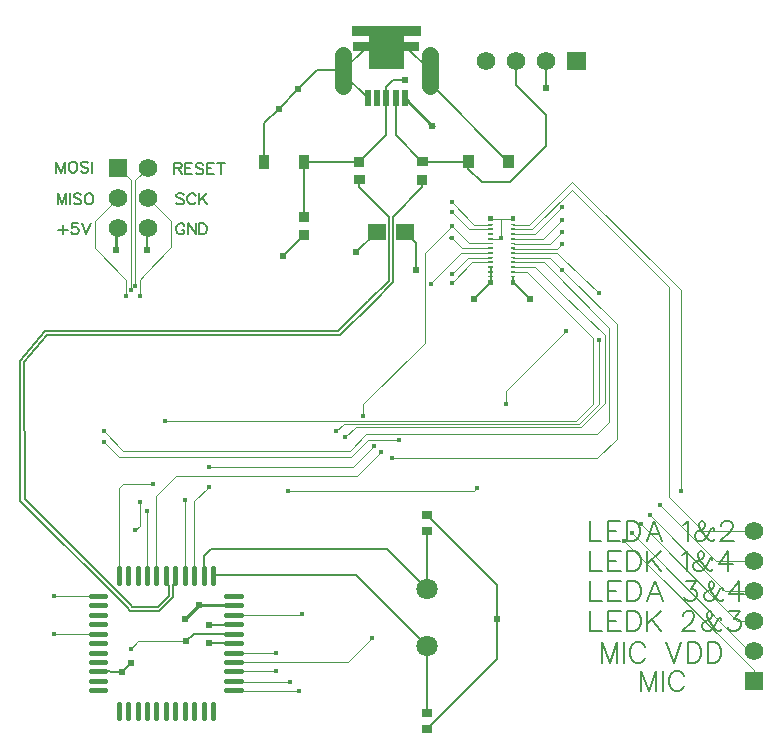
<source format=gtl>
G04 Layer: TopLayer*
G04 EasyEDA v6.5.3, 2022-04-03 17:45:16*
G04 78107e5fb92a4dff92b191d725c0db84,37927428d3cb42c68971fe41ce46a6a6,10*
G04 Gerber Generator version 0.2*
G04 Scale: 100 percent, Rotated: No, Reflected: No *
G04 Dimensions in millimeters *
G04 leading zeros omitted , absolute positions ,4 integer and 5 decimal *
%FSLAX45Y45*%
%MOMM*%

%ADD11C,0.2000*%
%ADD12C,0.1000*%
%ADD13C,0.2500*%
%ADD14C,0.4480*%
%ADD15C,0.2032*%
%ADD16C,0.6100*%
%ADD17C,0.4000*%
%ADD21R,0.9000X0.8000*%
%ADD22R,0.9500X1.1500*%
%ADD23R,0.8640X0.8065*%
%ADD24R,0.5000X1.4000*%
%ADD25R,1.5748X1.5748*%
%ADD26C,1.5748*%
%ADD27C,1.8000*%
%ADD28C,1.4000*%

%LPD*%
D15*
X-3677894Y771855D02*
G01*
X-3677894Y676351D01*
X-3677894Y771855D02*
G01*
X-3641572Y676351D01*
X-3605250Y771855D02*
G01*
X-3641572Y676351D01*
X-3605250Y771855D02*
G01*
X-3605250Y676351D01*
X-3547846Y771855D02*
G01*
X-3556990Y767283D01*
X-3566134Y758393D01*
X-3570706Y749249D01*
X-3575278Y735533D01*
X-3575278Y712927D01*
X-3570706Y699211D01*
X-3566134Y690067D01*
X-3556990Y680923D01*
X-3547846Y676351D01*
X-3529812Y676351D01*
X-3520668Y680923D01*
X-3511524Y690067D01*
X-3506952Y699211D01*
X-3502380Y712927D01*
X-3502380Y735533D01*
X-3506952Y749249D01*
X-3511524Y758393D01*
X-3520668Y767283D01*
X-3529812Y771855D01*
X-3547846Y771855D01*
X-3408908Y758393D02*
G01*
X-3417798Y767283D01*
X-3431514Y771855D01*
X-3449802Y771855D01*
X-3463264Y767283D01*
X-3472408Y758393D01*
X-3472408Y749249D01*
X-3467836Y740105D01*
X-3463264Y735533D01*
X-3454374Y730961D01*
X-3426942Y721817D01*
X-3417798Y717499D01*
X-3413226Y712927D01*
X-3408908Y703783D01*
X-3408908Y690067D01*
X-3417798Y680923D01*
X-3431514Y676351D01*
X-3449802Y676351D01*
X-3463264Y680923D01*
X-3472408Y690067D01*
X-3378682Y771855D02*
G01*
X-3378682Y676351D01*
X-3665194Y505155D02*
G01*
X-3665194Y409651D01*
X-3665194Y505155D02*
G01*
X-3628872Y409651D01*
X-3592550Y505155D02*
G01*
X-3628872Y409651D01*
X-3592550Y505155D02*
G01*
X-3592550Y409651D01*
X-3562578Y505155D02*
G01*
X-3562578Y409651D01*
X-3468852Y491693D02*
G01*
X-3477996Y500583D01*
X-3491458Y505155D01*
X-3509746Y505155D01*
X-3523462Y500583D01*
X-3532352Y491693D01*
X-3532352Y482549D01*
X-3528034Y473405D01*
X-3523462Y468833D01*
X-3514318Y464261D01*
X-3486886Y455117D01*
X-3477996Y450799D01*
X-3473424Y446227D01*
X-3468852Y437083D01*
X-3468852Y423367D01*
X-3477996Y414223D01*
X-3491458Y409651D01*
X-3509746Y409651D01*
X-3523462Y414223D01*
X-3532352Y423367D01*
X-3411448Y505155D02*
G01*
X-3420592Y500583D01*
X-3429736Y491693D01*
X-3434308Y482549D01*
X-3438880Y468833D01*
X-3438880Y446227D01*
X-3434308Y432511D01*
X-3429736Y423367D01*
X-3420592Y414223D01*
X-3411448Y409651D01*
X-3393414Y409651D01*
X-3384270Y414223D01*
X-3375126Y423367D01*
X-3370554Y432511D01*
X-3365982Y446227D01*
X-3365982Y468833D01*
X-3370554Y482549D01*
X-3375126Y491693D01*
X-3384270Y500583D01*
X-3393414Y505155D01*
X-3411448Y505155D01*
X-3624300Y237693D02*
G01*
X-3624300Y155651D01*
X-3665194Y196799D02*
G01*
X-3583406Y196799D01*
X-3498824Y251155D02*
G01*
X-3544290Y251155D01*
X-3548862Y210261D01*
X-3544290Y214833D01*
X-3530574Y219405D01*
X-3517112Y219405D01*
X-3503396Y214833D01*
X-3494252Y205689D01*
X-3489680Y192227D01*
X-3489680Y183083D01*
X-3494252Y169367D01*
X-3503396Y160223D01*
X-3517112Y155651D01*
X-3530574Y155651D01*
X-3544290Y160223D01*
X-3548862Y164795D01*
X-3553434Y173939D01*
X-3459708Y251155D02*
G01*
X-3423386Y155651D01*
X-3387064Y251155D02*
G01*
X-3423386Y155651D01*
X-2593822Y228549D02*
G01*
X-2598140Y237693D01*
X-2607284Y246583D01*
X-2616428Y251155D01*
X-2634716Y251155D01*
X-2643606Y246583D01*
X-2652750Y237693D01*
X-2657322Y228549D01*
X-2661894Y214833D01*
X-2661894Y192227D01*
X-2657322Y178511D01*
X-2652750Y169367D01*
X-2643606Y160223D01*
X-2634716Y155651D01*
X-2616428Y155651D01*
X-2607284Y160223D01*
X-2598140Y169367D01*
X-2593822Y178511D01*
X-2593822Y192227D01*
X-2616428Y192227D02*
G01*
X-2593822Y192227D01*
X-2563596Y251155D02*
G01*
X-2563596Y155651D01*
X-2563596Y251155D02*
G01*
X-2500096Y155651D01*
X-2500096Y251155D02*
G01*
X-2500096Y155651D01*
X-2470124Y251155D02*
G01*
X-2470124Y155651D01*
X-2470124Y251155D02*
G01*
X-2438374Y251155D01*
X-2424658Y246583D01*
X-2415514Y237693D01*
X-2410942Y228549D01*
X-2406370Y214833D01*
X-2406370Y192227D01*
X-2410942Y178511D01*
X-2415514Y169367D01*
X-2424658Y160223D01*
X-2438374Y155651D01*
X-2470124Y155651D01*
X-2598140Y491693D02*
G01*
X-2607284Y500583D01*
X-2621000Y505155D01*
X-2639288Y505155D01*
X-2652750Y500583D01*
X-2661894Y491693D01*
X-2661894Y482549D01*
X-2657322Y473405D01*
X-2652750Y468833D01*
X-2643606Y464261D01*
X-2616428Y455117D01*
X-2607284Y450799D01*
X-2602712Y446227D01*
X-2598140Y437083D01*
X-2598140Y423367D01*
X-2607284Y414223D01*
X-2621000Y409651D01*
X-2639288Y409651D01*
X-2652750Y414223D01*
X-2661894Y423367D01*
X-2500096Y482549D02*
G01*
X-2504668Y491693D01*
X-2513812Y500583D01*
X-2522702Y505155D01*
X-2540990Y505155D01*
X-2550134Y500583D01*
X-2559278Y491693D01*
X-2563596Y482549D01*
X-2568168Y468833D01*
X-2568168Y446227D01*
X-2563596Y432511D01*
X-2559278Y423367D01*
X-2550134Y414223D01*
X-2540990Y409651D01*
X-2522702Y409651D01*
X-2513812Y414223D01*
X-2504668Y423367D01*
X-2500096Y432511D01*
X-2470124Y505155D02*
G01*
X-2470124Y409651D01*
X-2406370Y505155D02*
G01*
X-2470124Y441655D01*
X-2447264Y464261D02*
G01*
X-2406370Y409651D01*
X-2679700Y761238D02*
G01*
X-2679700Y665734D01*
X-2679700Y761238D02*
G01*
X-2638806Y761238D01*
X-2625090Y756665D01*
X-2620518Y752094D01*
X-2615945Y743204D01*
X-2615945Y734060D01*
X-2620518Y724915D01*
X-2625090Y720344D01*
X-2638806Y715772D01*
X-2679700Y715772D01*
X-2647950Y715772D02*
G01*
X-2615945Y665734D01*
X-2585974Y761238D02*
G01*
X-2585974Y665734D01*
X-2585974Y761238D02*
G01*
X-2527045Y761238D01*
X-2585974Y715772D02*
G01*
X-2549652Y715772D01*
X-2585974Y665734D02*
G01*
X-2527045Y665734D01*
X-2433320Y747776D02*
G01*
X-2442463Y756665D01*
X-2456179Y761238D01*
X-2474213Y761238D01*
X-2487929Y756665D01*
X-2497074Y747776D01*
X-2497074Y738631D01*
X-2492502Y729488D01*
X-2487929Y724915D01*
X-2478786Y720344D01*
X-2451607Y711200D01*
X-2442463Y706881D01*
X-2437891Y702310D01*
X-2433320Y693165D01*
X-2433320Y679450D01*
X-2442463Y670306D01*
X-2456179Y665734D01*
X-2474213Y665734D01*
X-2487929Y670306D01*
X-2497074Y679450D01*
X-2403347Y761238D02*
G01*
X-2403347Y665734D01*
X-2403347Y761238D02*
G01*
X-2344165Y761238D01*
X-2403347Y715772D02*
G01*
X-2367025Y715772D01*
X-2403347Y665734D02*
G01*
X-2344165Y665734D01*
X-2282443Y761238D02*
G01*
X-2282443Y665734D01*
X-2314193Y761238D02*
G01*
X-2250693Y761238D01*
X838225Y-2269540D02*
G01*
X838225Y-2441244D01*
X838225Y-2441244D02*
G01*
X936269Y-2441244D01*
X990371Y-2269540D02*
G01*
X990371Y-2441244D01*
X990371Y-2269540D02*
G01*
X1096797Y-2269540D01*
X990371Y-2351328D02*
G01*
X1055903Y-2351328D01*
X990371Y-2441244D02*
G01*
X1096797Y-2441244D01*
X1150645Y-2269540D02*
G01*
X1150645Y-2441244D01*
X1150645Y-2269540D02*
G01*
X1208049Y-2269540D01*
X1232687Y-2277668D01*
X1248943Y-2293924D01*
X1257071Y-2310434D01*
X1265199Y-2334818D01*
X1265199Y-2375712D01*
X1257071Y-2400350D01*
X1248943Y-2416860D01*
X1232687Y-2433116D01*
X1208049Y-2441244D01*
X1150645Y-2441244D01*
X1384833Y-2269540D02*
G01*
X1319301Y-2441244D01*
X1384833Y-2269540D02*
G01*
X1450111Y-2441244D01*
X1343939Y-2384094D02*
G01*
X1425727Y-2384094D01*
X1630197Y-2302306D02*
G01*
X1646453Y-2293924D01*
X1671091Y-2269540D01*
X1671091Y-2441244D01*
X1888769Y-2343200D02*
G01*
X1888769Y-2334818D01*
X1880641Y-2326690D01*
X1872259Y-2326690D01*
X1864131Y-2334818D01*
X1856003Y-2351328D01*
X1839747Y-2392222D01*
X1823237Y-2416860D01*
X1806981Y-2433116D01*
X1790471Y-2441244D01*
X1757959Y-2441244D01*
X1741449Y-2433116D01*
X1733321Y-2424988D01*
X1725193Y-2408478D01*
X1725193Y-2392222D01*
X1733321Y-2375712D01*
X1741449Y-2367584D01*
X1798853Y-2334818D01*
X1806981Y-2326690D01*
X1815109Y-2310434D01*
X1815109Y-2293924D01*
X1806981Y-2277668D01*
X1790471Y-2269540D01*
X1774215Y-2277668D01*
X1766087Y-2293924D01*
X1766087Y-2310434D01*
X1774215Y-2334818D01*
X1790471Y-2359456D01*
X1831365Y-2416860D01*
X1847875Y-2433116D01*
X1864131Y-2441244D01*
X1880641Y-2441244D01*
X1888769Y-2433116D01*
X1888769Y-2424988D01*
X1950999Y-2310434D02*
G01*
X1950999Y-2302306D01*
X1959127Y-2285796D01*
X1967255Y-2277668D01*
X1983765Y-2269540D01*
X2016277Y-2269540D01*
X2032787Y-2277668D01*
X2040915Y-2285796D01*
X2049043Y-2302306D01*
X2049043Y-2318562D01*
X2040915Y-2334818D01*
X2024659Y-2359456D01*
X1942871Y-2441244D01*
X2057171Y-2441244D01*
X842286Y-2523540D02*
G01*
X842286Y-2695244D01*
X842286Y-2695244D02*
G01*
X940330Y-2695244D01*
X994432Y-2523540D02*
G01*
X994432Y-2695244D01*
X994432Y-2523540D02*
G01*
X1100858Y-2523540D01*
X994432Y-2605328D02*
G01*
X1059964Y-2605328D01*
X994432Y-2695244D02*
G01*
X1100858Y-2695244D01*
X1154706Y-2523540D02*
G01*
X1154706Y-2695244D01*
X1154706Y-2523540D02*
G01*
X1212110Y-2523540D01*
X1236748Y-2531668D01*
X1253004Y-2547924D01*
X1261132Y-2564434D01*
X1269260Y-2588818D01*
X1269260Y-2629712D01*
X1261132Y-2654350D01*
X1253004Y-2670860D01*
X1236748Y-2687116D01*
X1212110Y-2695244D01*
X1154706Y-2695244D01*
X1323362Y-2523540D02*
G01*
X1323362Y-2695244D01*
X1437916Y-2523540D02*
G01*
X1323362Y-2638094D01*
X1364256Y-2597200D02*
G01*
X1437916Y-2695244D01*
X1618002Y-2556306D02*
G01*
X1634258Y-2547924D01*
X1658896Y-2523540D01*
X1658896Y-2695244D01*
X1876320Y-2597200D02*
G01*
X1876320Y-2588818D01*
X1868192Y-2580690D01*
X1860064Y-2580690D01*
X1851936Y-2588818D01*
X1843808Y-2605328D01*
X1827298Y-2646222D01*
X1811042Y-2670860D01*
X1794532Y-2687116D01*
X1778276Y-2695244D01*
X1745510Y-2695244D01*
X1729254Y-2687116D01*
X1720872Y-2678988D01*
X1712744Y-2662478D01*
X1712744Y-2646222D01*
X1720872Y-2629712D01*
X1729254Y-2621584D01*
X1786404Y-2588818D01*
X1794532Y-2580690D01*
X1802914Y-2564434D01*
X1802914Y-2547924D01*
X1794532Y-2531668D01*
X1778276Y-2523540D01*
X1762020Y-2531668D01*
X1753638Y-2547924D01*
X1753638Y-2564434D01*
X1762020Y-2588818D01*
X1778276Y-2613456D01*
X1819170Y-2670860D01*
X1835426Y-2687116D01*
X1851936Y-2695244D01*
X1868192Y-2695244D01*
X1876320Y-2687116D01*
X1876320Y-2678988D01*
X2012210Y-2523540D02*
G01*
X1930422Y-2638094D01*
X2053104Y-2638094D01*
X2012210Y-2523540D02*
G01*
X2012210Y-2695244D01*
X842289Y-2777540D02*
G01*
X842289Y-2949244D01*
X842289Y-2949244D02*
G01*
X940333Y-2949244D01*
X994435Y-2777540D02*
G01*
X994435Y-2949244D01*
X994435Y-2777540D02*
G01*
X1100861Y-2777540D01*
X994435Y-2859328D02*
G01*
X1059967Y-2859328D01*
X994435Y-2949244D02*
G01*
X1100861Y-2949244D01*
X1154709Y-2777540D02*
G01*
X1154709Y-2949244D01*
X1154709Y-2777540D02*
G01*
X1212113Y-2777540D01*
X1236751Y-2785668D01*
X1253007Y-2801924D01*
X1261135Y-2818434D01*
X1269263Y-2842818D01*
X1269263Y-2883712D01*
X1261135Y-2908350D01*
X1253007Y-2924860D01*
X1236751Y-2941116D01*
X1212113Y-2949244D01*
X1154709Y-2949244D01*
X1388897Y-2777540D02*
G01*
X1323365Y-2949244D01*
X1388897Y-2777540D02*
G01*
X1454175Y-2949244D01*
X1348003Y-2892094D02*
G01*
X1429791Y-2892094D01*
X1650517Y-2777540D02*
G01*
X1740687Y-2777540D01*
X1691411Y-2842818D01*
X1716049Y-2842818D01*
X1732559Y-2851200D01*
X1740687Y-2859328D01*
X1748815Y-2883712D01*
X1748815Y-2900222D01*
X1740687Y-2924860D01*
X1724177Y-2941116D01*
X1699793Y-2949244D01*
X1675155Y-2949244D01*
X1650517Y-2941116D01*
X1642389Y-2932988D01*
X1634261Y-2916478D01*
X1966493Y-2851200D02*
G01*
X1966493Y-2842818D01*
X1958365Y-2834690D01*
X1949983Y-2834690D01*
X1941855Y-2842818D01*
X1933727Y-2859328D01*
X1917471Y-2900222D01*
X1900961Y-2924860D01*
X1884705Y-2941116D01*
X1868195Y-2949244D01*
X1835429Y-2949244D01*
X1819173Y-2941116D01*
X1811045Y-2932988D01*
X1802917Y-2916478D01*
X1802917Y-2900222D01*
X1811045Y-2883712D01*
X1819173Y-2875584D01*
X1876323Y-2842818D01*
X1884705Y-2834690D01*
X1892833Y-2818434D01*
X1892833Y-2801924D01*
X1884705Y-2785668D01*
X1868195Y-2777540D01*
X1851939Y-2785668D01*
X1843811Y-2801924D01*
X1843811Y-2818434D01*
X1851939Y-2842818D01*
X1868195Y-2867456D01*
X1909089Y-2924860D01*
X1925599Y-2941116D01*
X1941855Y-2949244D01*
X1958365Y-2949244D01*
X1966493Y-2941116D01*
X1966493Y-2932988D01*
X2102383Y-2777540D02*
G01*
X2020341Y-2892094D01*
X2143277Y-2892094D01*
X2102383Y-2777540D02*
G01*
X2102383Y-2949244D01*
X842289Y-3031540D02*
G01*
X842289Y-3203244D01*
X842289Y-3203244D02*
G01*
X940333Y-3203244D01*
X994435Y-3031540D02*
G01*
X994435Y-3203244D01*
X994435Y-3031540D02*
G01*
X1100861Y-3031540D01*
X994435Y-3113328D02*
G01*
X1059967Y-3113328D01*
X994435Y-3203244D02*
G01*
X1100861Y-3203244D01*
X1154709Y-3031540D02*
G01*
X1154709Y-3203244D01*
X1154709Y-3031540D02*
G01*
X1212113Y-3031540D01*
X1236751Y-3039668D01*
X1253007Y-3055924D01*
X1261135Y-3072434D01*
X1269263Y-3096818D01*
X1269263Y-3137712D01*
X1261135Y-3162350D01*
X1253007Y-3178860D01*
X1236751Y-3195116D01*
X1212113Y-3203244D01*
X1154709Y-3203244D01*
X1323365Y-3031540D02*
G01*
X1323365Y-3203244D01*
X1437919Y-3031540D02*
G01*
X1323365Y-3146094D01*
X1364259Y-3105200D02*
G01*
X1437919Y-3203244D01*
X1626133Y-3072434D02*
G01*
X1626133Y-3064306D01*
X1634261Y-3047796D01*
X1642389Y-3039668D01*
X1658899Y-3031540D01*
X1691411Y-3031540D01*
X1707921Y-3039668D01*
X1716049Y-3047796D01*
X1724177Y-3064306D01*
X1724177Y-3080562D01*
X1716049Y-3096818D01*
X1699793Y-3121456D01*
X1618005Y-3203244D01*
X1732559Y-3203244D01*
X1949983Y-3105200D02*
G01*
X1949983Y-3096818D01*
X1941855Y-3088690D01*
X1933727Y-3088690D01*
X1925599Y-3096818D01*
X1917471Y-3113328D01*
X1900961Y-3154222D01*
X1884705Y-3178860D01*
X1868195Y-3195116D01*
X1851939Y-3203244D01*
X1819173Y-3203244D01*
X1802917Y-3195116D01*
X1794535Y-3186988D01*
X1786407Y-3170478D01*
X1786407Y-3154222D01*
X1794535Y-3137712D01*
X1802917Y-3129584D01*
X1860067Y-3096818D01*
X1868195Y-3088690D01*
X1876323Y-3072434D01*
X1876323Y-3055924D01*
X1868195Y-3039668D01*
X1851939Y-3031540D01*
X1835429Y-3039668D01*
X1827301Y-3055924D01*
X1827301Y-3072434D01*
X1835429Y-3096818D01*
X1851939Y-3121456D01*
X1892833Y-3178860D01*
X1909089Y-3195116D01*
X1925599Y-3203244D01*
X1941855Y-3203244D01*
X1949983Y-3195116D01*
X1949983Y-3186988D01*
X2020341Y-3031540D02*
G01*
X2110511Y-3031540D01*
X2061235Y-3096818D01*
X2085873Y-3096818D01*
X2102383Y-3105200D01*
X2110511Y-3113328D01*
X2118639Y-3137712D01*
X2118639Y-3154222D01*
X2110511Y-3178860D01*
X2094001Y-3195116D01*
X2069617Y-3203244D01*
X2044979Y-3203244D01*
X2020341Y-3195116D01*
X2012213Y-3186988D01*
X2004085Y-3170478D01*
X939825Y-3298240D02*
G01*
X939825Y-3469944D01*
X939825Y-3298240D02*
G01*
X1005357Y-3469944D01*
X1070635Y-3298240D02*
G01*
X1005357Y-3469944D01*
X1070635Y-3298240D02*
G01*
X1070635Y-3469944D01*
X1124737Y-3298240D02*
G01*
X1124737Y-3469944D01*
X1301521Y-3339134D02*
G01*
X1293139Y-3322624D01*
X1276883Y-3306368D01*
X1260627Y-3298240D01*
X1227861Y-3298240D01*
X1211351Y-3306368D01*
X1195095Y-3322624D01*
X1186967Y-3339134D01*
X1178585Y-3363518D01*
X1178585Y-3404412D01*
X1186967Y-3429050D01*
X1195095Y-3445560D01*
X1211351Y-3461816D01*
X1227861Y-3469944D01*
X1260627Y-3469944D01*
X1276883Y-3461816D01*
X1293139Y-3445560D01*
X1301521Y-3429050D01*
X1481353Y-3298240D02*
G01*
X1546885Y-3469944D01*
X1612417Y-3298240D02*
G01*
X1546885Y-3469944D01*
X1666265Y-3298240D02*
G01*
X1666265Y-3469944D01*
X1666265Y-3298240D02*
G01*
X1723669Y-3298240D01*
X1748053Y-3306368D01*
X1764563Y-3322624D01*
X1772691Y-3339134D01*
X1780819Y-3363518D01*
X1780819Y-3404412D01*
X1772691Y-3429050D01*
X1764563Y-3445560D01*
X1748053Y-3461816D01*
X1723669Y-3469944D01*
X1666265Y-3469944D01*
X1834921Y-3298240D02*
G01*
X1834921Y-3469944D01*
X1834921Y-3298240D02*
G01*
X1892071Y-3298240D01*
X1916709Y-3306368D01*
X1932965Y-3322624D01*
X1941347Y-3339134D01*
X1949475Y-3363518D01*
X1949475Y-3404412D01*
X1941347Y-3429050D01*
X1932965Y-3445560D01*
X1916709Y-3461816D01*
X1892071Y-3469944D01*
X1834921Y-3469944D01*
X1270025Y-3539540D02*
G01*
X1270025Y-3711244D01*
X1270025Y-3539540D02*
G01*
X1335557Y-3711244D01*
X1400835Y-3539540D02*
G01*
X1335557Y-3711244D01*
X1400835Y-3539540D02*
G01*
X1400835Y-3711244D01*
X1454937Y-3539540D02*
G01*
X1454937Y-3711244D01*
X1631721Y-3580434D02*
G01*
X1623339Y-3563924D01*
X1607083Y-3547668D01*
X1590827Y-3539540D01*
X1558061Y-3539540D01*
X1541551Y-3547668D01*
X1525295Y-3563924D01*
X1517167Y-3580434D01*
X1508785Y-3604818D01*
X1508785Y-3645712D01*
X1517167Y-3670350D01*
X1525295Y-3686860D01*
X1541551Y-3703116D01*
X1558061Y-3711244D01*
X1590827Y-3711244D01*
X1607083Y-3703116D01*
X1623339Y-3686860D01*
X1631721Y-3670350D01*
D11*
X469900Y1397000D02*
G01*
X469900Y1625600D01*
X-189534Y772617D02*
G01*
X-189534Y710234D01*
X-76200Y596900D01*
X165100Y596900D01*
X469900Y901700D01*
X469900Y1168400D01*
X215900Y1422400D01*
X215900Y1625600D01*
X-723900Y1460500D02*
G01*
X-825500Y1460500D01*
X-883894Y1402105D01*
X-883894Y1306931D01*
X-579094Y620979D02*
G01*
X-579094Y555447D01*
X-828268Y306273D01*
X-828268Y57099D01*
X-828268Y-250240D01*
X-1000988Y-422960D01*
X-1275816Y-697788D01*
X-3759200Y-698500D01*
X-3949700Y-927100D01*
X-3946626Y-2083866D01*
X-3045688Y-2984804D01*
X-3036290Y-2994202D01*
X-2821406Y-2994202D01*
X-2728442Y-2901238D01*
X-2728442Y-2814116D01*
X-2750794Y-2791764D01*
X-2750794Y-2729788D01*
D12*
X188015Y289991D02*
G01*
X-5Y289991D01*
X90073Y289991D02*
G01*
X88894Y127000D01*
X-2908305Y-2184400D02*
G01*
X-2910784Y-2729890D01*
X761994Y-622300D02*
G01*
X863594Y-723900D01*
X863594Y-1282700D01*
X723894Y-1422400D01*
X-2755905Y-1422400D01*
X188015Y-79982D02*
G01*
X451304Y-79982D01*
X1003320Y-632002D01*
X1003320Y-1435148D01*
X901720Y-1536748D01*
X-1054079Y-1536748D01*
X-1193779Y-1676448D01*
X-3111479Y-1676448D01*
X-3276574Y-1511348D01*
X914394Y-342900D02*
G01*
X602005Y-40182D01*
X563905Y-2082D01*
X187990Y-48D01*
X-1308105Y-1511300D02*
G01*
X-1244605Y-1447800D01*
X749294Y-1447800D01*
X914394Y-1282700D01*
X914394Y-736600D01*
X-2857505Y-1955800D02*
G01*
X-3111505Y-1955800D01*
X-3150793Y-1995096D01*
X-3150793Y-2729890D01*
X-114305Y-1993900D02*
G01*
X-139705Y-2019300D01*
X-1714505Y-2019300D01*
X634994Y-660400D02*
G01*
X126994Y-1168400D01*
X126994Y-1282700D01*
X188015Y-159994D02*
G01*
X302712Y-159994D01*
X761994Y-622300D01*
X-3276574Y-1600248D02*
G01*
X-3149579Y-1727248D01*
X-1181105Y-1727200D01*
X-1041405Y-1587500D01*
X-774705Y-1587500D01*
X602005Y518617D02*
G01*
X685794Y602414D01*
X1612894Y-317500D01*
X1612894Y-2019300D01*
X-3324987Y-2904083D02*
G01*
X-3329203Y-2908300D01*
X-3695697Y-2908300D01*
X-3324987Y-3224075D02*
G01*
X-3695697Y-3225800D01*
X-1003305Y-3263900D02*
G01*
X-1206505Y-3467100D01*
X-1930405Y-3467100D01*
X602005Y-141782D02*
G01*
X1066794Y-606579D01*
X1066794Y-1574800D01*
X901694Y-1739900D01*
X-838205Y-1739900D01*
X-2590805Y-2095500D02*
G01*
X-2590805Y-2729890D01*
X-927105Y-1689100D02*
G01*
X-1130305Y-1892300D01*
X-2667005Y-1892300D01*
X-2830802Y-2056102D01*
X-2830802Y-2729890D01*
X-990605Y-1638300D02*
G01*
X-1168405Y-1816100D01*
X-2387605Y-1816100D01*
X-2387605Y-1981200D02*
G01*
X-2510784Y-2104392D01*
X-2510784Y-2729890D01*
X188015Y200025D02*
G01*
X352419Y200025D01*
X685794Y533400D01*
X1511294Y-292100D01*
X1511294Y-2070100D01*
X1792780Y-2351582D01*
X2227605Y-2351582D01*
X-1231879Y-1562148D02*
G01*
X-1142979Y-1473248D01*
X762020Y-1473248D01*
X965220Y-1270048D01*
X965194Y-698500D01*
X602005Y-344982D01*
X-508005Y-266700D02*
G01*
X-508005Y-253992D01*
X-330205Y-76200D01*
X-330205Y228600D02*
G01*
X-558805Y0D01*
X-558805Y-762000D01*
X-1079505Y-1282700D01*
X-1079505Y-1384300D01*
X-2176602Y-3704081D02*
G01*
X-2172286Y-3708400D01*
X-1625605Y-3708400D01*
X-2176602Y-3624069D02*
G01*
X-2168479Y-3632200D01*
X-1701805Y-3632200D01*
X-2176602Y-3544087D02*
G01*
X-1816105Y-3543300D01*
X-2176602Y-3384090D02*
G01*
X-2169795Y-3390900D01*
X-1816105Y-3390900D01*
X-2176602Y-3464079D02*
G01*
X-2173577Y-3467100D01*
X-1930405Y-3467100D01*
X1130320Y-2438448D02*
G01*
X2227605Y-3535733D01*
X2227605Y-3621582D01*
X1193820Y-2374948D02*
G01*
X2186454Y-3367582D01*
X2227605Y-3367582D01*
X1269994Y-2298700D02*
G01*
X2084880Y-3113582D01*
X2227605Y-3113582D01*
X1346194Y-2222500D02*
G01*
X1983280Y-2859582D01*
X2227605Y-2859582D01*
X1435120Y-2133648D02*
G01*
X1907054Y-2605582D01*
X2227605Y-2605582D01*
X-3047979Y-3352848D02*
G01*
X-2984428Y-3289300D01*
X-2578105Y-3289300D01*
X-2971779Y-2108248D02*
G01*
X-2971805Y-2311400D01*
X-3009905Y-2349500D01*
X-1600205Y-3060700D02*
G01*
X-1603578Y-3064078D01*
X-2176602Y-3064078D01*
X-3157194Y721817D02*
G01*
X-3048005Y612620D01*
X-3048005Y-317500D01*
X-2903194Y467817D02*
G01*
X-2705079Y269697D01*
X-2705105Y50800D01*
X-2933679Y-190548D01*
X-2971779Y-228648D01*
X-2971779Y-368348D01*
X-3157194Y467817D02*
G01*
X-3352797Y272214D01*
X-3352797Y38094D01*
X-3086105Y-228600D01*
X-3086105Y-368300D01*
X-2903194Y721817D02*
G01*
X-3009905Y615114D01*
X-3009905Y-279400D01*
D11*
X-2176503Y-3304082D02*
G01*
X-2387605Y-3302000D01*
X-2176602Y-3224075D02*
G01*
X-2512867Y-3224075D01*
X-2578105Y-3289300D01*
X-2176602Y-3144085D02*
G01*
X-2182108Y-3149600D01*
X-2387605Y-3149600D01*
X-5Y-249986D02*
G01*
X-139705Y-389686D01*
X188015Y-249986D02*
G01*
X331721Y-393700D01*
X188015Y-199999D02*
G01*
X188015Y-249986D01*
X-5Y-199999D02*
G01*
X-5Y-249986D01*
X-5Y-159994D02*
G01*
X-5Y-199999D01*
X-5Y-119992D02*
G01*
X-5Y-159994D01*
D12*
X-5Y240004D02*
G01*
X-138402Y240004D01*
X-330205Y431800D01*
X-5Y200002D02*
G01*
X-187304Y200002D01*
X-330205Y342900D01*
X-5Y-79982D02*
G01*
X-156187Y-79982D01*
X-330205Y-254000D01*
X-5Y120012D02*
G01*
X81912Y120012D01*
X88894Y127000D01*
X-5Y80007D02*
G01*
X-181612Y80007D01*
X-330205Y228600D01*
X-5Y-40002D02*
G01*
X-192402Y-40002D01*
X-330205Y-177800D01*
X-5Y40005D02*
G01*
X-243202Y40005D01*
X-330205Y127000D01*
X-5Y0D02*
G01*
X-254005Y0D01*
X-330205Y-76200D01*
X188015Y240030D02*
G01*
X323423Y240030D01*
X602005Y518617D01*
X188015Y-119992D02*
G01*
X377014Y-119992D01*
X602005Y-344982D01*
X188015Y160022D02*
G01*
X370403Y160022D01*
X602005Y391617D01*
X188015Y120012D02*
G01*
X444705Y120012D01*
X602005Y277317D01*
X188015Y-40002D02*
G01*
X500232Y-40002D01*
X602005Y-141782D01*
X188015Y40005D02*
G01*
X191996Y36017D01*
X563905Y36017D01*
X602005Y74117D01*
X188015Y80007D02*
G01*
X193906Y74117D01*
X500405Y74117D01*
X602005Y175717D01*
D11*
X-725802Y175729D02*
G01*
X-629894Y79816D01*
X-629894Y-141782D01*
X-965786Y175729D02*
G01*
X-1137894Y3622D01*
X-1137894Y-2082D01*
X-1582394Y151178D02*
G01*
X-1760194Y-27482D01*
X-1248895Y1546809D02*
G01*
X-1468094Y1547317D01*
X-1629089Y1386321D01*
X-1629089Y1386321D02*
G01*
X-1796000Y1219405D01*
X-1796000Y1219405D02*
G01*
X-1916663Y1098755D01*
X-1916663Y772617D01*
X-1043884Y1306929D02*
G01*
X-1248895Y1511932D01*
X-1248895Y1546908D01*
X-540994Y-4034482D02*
G01*
X55905Y-3437582D01*
X55905Y-3102698D01*
X55905Y-3102698D02*
G01*
X55905Y-2814977D01*
X-540994Y-2218077D01*
X-3325091Y-3544112D02*
G01*
X-3119094Y-3545382D01*
X-3119094Y-3545382D02*
G01*
X-3042894Y-3469182D01*
D13*
X-2176602Y-2984096D02*
G01*
X-2468902Y-2984096D01*
X-2468902Y-2984096D02*
G01*
X-2585694Y-3100882D01*
X-723905Y1306929D02*
G01*
X-494385Y1077417D01*
X-477494Y1077417D01*
D11*
X148948Y772617D02*
G01*
X-518894Y1440459D01*
X-518894Y1546908D01*
X-1582394Y301856D02*
G01*
X-1578251Y305991D01*
X-1578251Y772617D01*
X-1112494Y771756D02*
G01*
X-1578251Y772617D01*
X-579094Y771756D02*
G01*
X-189537Y772617D01*
X-1248895Y1546908D02*
G01*
X-1058903Y1736905D01*
X-883894Y1736905D01*
X-518894Y1546908D02*
G01*
X-708886Y1736905D01*
X-883894Y1736905D01*
X-2903194Y213817D02*
G01*
X-2908305Y208714D01*
X-2908305Y25400D01*
D13*
X-3157194Y213817D02*
G01*
X-3174997Y196014D01*
X-3174997Y25400D01*
D11*
X-579094Y771756D02*
G01*
X-803912Y996566D01*
X-803912Y1306929D01*
X-1112494Y771756D02*
G01*
X-883894Y1000356D01*
X-883894Y1306929D01*
X-540994Y-3332175D02*
G01*
X-540994Y-3894477D01*
X-540994Y-2358082D02*
G01*
X-540994Y-2844185D01*
X-2430802Y-2729890D02*
G01*
X-2430802Y-2564996D01*
X-2369794Y-2503982D01*
X-881202Y-2503982D01*
X-540994Y-2844185D01*
X-2350795Y-2729890D02*
G01*
X-1143276Y-2729890D01*
X-540994Y-3332175D01*
X-1112494Y620979D02*
G01*
X-1112494Y555447D01*
X-863320Y306273D01*
X-863320Y57099D01*
X-863320Y-235508D01*
X-1036294Y-408482D01*
X-1290294Y-662482D01*
X-3771900Y-660400D01*
X-3987800Y-914400D01*
X-3981932Y-2098344D01*
X-3080994Y-2999282D01*
X-3050768Y-3029508D01*
X-2806928Y-3029508D01*
X-2693136Y-2915716D01*
X-2693136Y-2814116D01*
X-2670784Y-2791764D01*
X-2670784Y-2729788D01*
D14*
X-2238400Y-3704081D02*
G01*
X-2114804Y-3704081D01*
X-2238400Y-3624071D02*
G01*
X-2114804Y-3624071D01*
X-2238400Y-3544087D02*
G01*
X-2114804Y-3544087D01*
X-2238400Y-3464077D02*
G01*
X-2114804Y-3464077D01*
X-2238400Y-3384092D02*
G01*
X-2114804Y-3384092D01*
X-2238400Y-3304082D02*
G01*
X-2114804Y-3304082D01*
X-2238400Y-3224072D02*
G01*
X-2114804Y-3224072D01*
X-2238400Y-3144088D02*
G01*
X-2114804Y-3144088D01*
X-2238400Y-3064078D02*
G01*
X-2114804Y-3064078D01*
X-2238400Y-2984093D02*
G01*
X-2114804Y-2984093D01*
X-2238400Y-2904083D02*
G01*
X-2114804Y-2904083D01*
X-2350795Y-2791688D02*
G01*
X-2350795Y-2668092D01*
X-2430805Y-2791688D02*
G01*
X-2430805Y-2668092D01*
X-2510790Y-2791688D02*
G01*
X-2510790Y-2668092D01*
X-2590800Y-2791688D02*
G01*
X-2590800Y-2668092D01*
X-2670784Y-2791688D02*
G01*
X-2670784Y-2668092D01*
X-2750794Y-2791688D02*
G01*
X-2750794Y-2668092D01*
X-2830804Y-2791688D02*
G01*
X-2830804Y-2668092D01*
X-2910789Y-2791688D02*
G01*
X-2910789Y-2668092D01*
X-2990799Y-2791688D02*
G01*
X-2990799Y-2668092D01*
X-3070783Y-2791688D02*
G01*
X-3070783Y-2668092D01*
X-3150793Y-2791691D02*
G01*
X-3150793Y-2668092D01*
X-3386785Y-2904083D02*
G01*
X-3263186Y-2904083D01*
X-3386785Y-2984093D02*
G01*
X-3263186Y-2984093D01*
X-3386785Y-3064078D02*
G01*
X-3263186Y-3064078D01*
X-3386785Y-3144088D02*
G01*
X-3263186Y-3144088D01*
X-3386785Y-3224072D02*
G01*
X-3263186Y-3224072D01*
X-3386785Y-3304082D02*
G01*
X-3263186Y-3304082D01*
X-3386785Y-3384092D02*
G01*
X-3263186Y-3384092D01*
X-3386785Y-3464077D02*
G01*
X-3263186Y-3464077D01*
X-3386785Y-3544087D02*
G01*
X-3263186Y-3544087D01*
X-3386785Y-3624071D02*
G01*
X-3263186Y-3624071D01*
X-3386785Y-3704081D02*
G01*
X-3263186Y-3704081D01*
X-3150793Y-3940075D02*
G01*
X-3150793Y-3816476D01*
X-3070783Y-3940075D02*
G01*
X-3070783Y-3816476D01*
X-2990799Y-3940075D02*
G01*
X-2990799Y-3816476D01*
X-2910789Y-3940075D02*
G01*
X-2910789Y-3816476D01*
X-2830804Y-3940075D02*
G01*
X-2830804Y-3816476D01*
X-2750794Y-3940075D02*
G01*
X-2750794Y-3816476D01*
X-2670784Y-3940075D02*
G01*
X-2670784Y-3816476D01*
X-2590800Y-3940075D02*
G01*
X-2590800Y-3816476D01*
X-2510790Y-3940075D02*
G01*
X-2510790Y-3816476D01*
X-2430805Y-3940075D02*
G01*
X-2430805Y-3816476D01*
X-2350795Y-3940075D02*
G01*
X-2350795Y-3816476D01*
G36*
X-350202Y134510D02*
G01*
X-350202Y119509D01*
X-310202Y119509D01*
X-310202Y134510D01*
G37*
G36*
X208008Y-7495D02*
G01*
X208008Y7505D01*
X168008Y7505D01*
X168008Y-7495D01*
G37*
G36*
X208008Y270004D02*
G01*
X208008Y310004D01*
X168008Y310004D01*
X168008Y270004D01*
G37*
G36*
X208008Y32504D02*
G01*
X208008Y47505D01*
X168008Y47505D01*
X168008Y32504D01*
G37*
G36*
X168008Y-192493D02*
G01*
X168008Y-207495D01*
X208008Y-207495D01*
X208008Y-192493D01*
G37*
G36*
X168008Y-112494D02*
G01*
X168008Y-127495D01*
X208008Y-127495D01*
X208008Y-112494D01*
G37*
G36*
X168008Y-152493D02*
G01*
X168008Y-167495D01*
X208008Y-167495D01*
X208008Y-152493D01*
G37*
G36*
X168008Y-72494D02*
G01*
X168008Y-87495D01*
X208008Y-87495D01*
X208008Y-72494D01*
G37*
G36*
X168008Y-32494D02*
G01*
X168008Y-47495D01*
X208008Y-47495D01*
X208008Y-32494D01*
G37*
G36*
X-19992Y310004D02*
G01*
X-19992Y270004D01*
X20007Y270004D01*
X20007Y310004D01*
G37*
G36*
X20007Y-7495D02*
G01*
X20007Y7505D01*
X-19992Y7505D01*
X-19992Y-7495D01*
G37*
G36*
X20007Y32504D02*
G01*
X20007Y47505D01*
X-19992Y47505D01*
X-19992Y32504D01*
G37*
G36*
X20007Y112504D02*
G01*
X20007Y127505D01*
X-19992Y127505D01*
X-19992Y112504D01*
G37*
G36*
X20007Y72504D02*
G01*
X20007Y87505D01*
X-19992Y87505D01*
X-19992Y72504D01*
G37*
G36*
X20007Y232503D02*
G01*
X20007Y247505D01*
X-19992Y247505D01*
X-19992Y232503D01*
G37*
G36*
X20007Y152504D02*
G01*
X20007Y167505D01*
X-19992Y167505D01*
X-19992Y152504D01*
G37*
G36*
X-19992Y-152493D02*
G01*
X-19992Y-167495D01*
X20007Y-167495D01*
X20007Y-152493D01*
G37*
G36*
X-19992Y-192493D02*
G01*
X-19992Y-207495D01*
X20007Y-207495D01*
X20007Y-192493D01*
G37*
G36*
X-19992Y-112494D02*
G01*
X-19992Y-127495D01*
X20007Y-127495D01*
X20007Y-112494D01*
G37*
G36*
X-19992Y-72494D02*
G01*
X-19992Y-87495D01*
X20007Y-87495D01*
X20007Y-72494D01*
G37*
G36*
X-19992Y-32494D02*
G01*
X-19992Y-47495D01*
X20007Y-47495D01*
X20007Y-32494D01*
G37*
G36*
X208008Y-269989D02*
G01*
X208008Y-229989D01*
X168008Y-229989D01*
X168008Y-269989D01*
G37*
G36*
X20007Y192509D02*
G01*
X20007Y207510D01*
X-19992Y207510D01*
X-19992Y192509D01*
G37*
G36*
X168008Y87520D02*
G01*
X168008Y72519D01*
X208008Y72519D01*
X208008Y87520D01*
G37*
G36*
X208008Y112519D02*
G01*
X208008Y127520D01*
X168008Y127520D01*
X168008Y112519D01*
G37*
G36*
X208008Y152519D02*
G01*
X208008Y167520D01*
X168008Y167520D01*
X168008Y152519D01*
G37*
G36*
X168008Y207535D02*
G01*
X168008Y192534D01*
X208008Y192534D01*
X208008Y207535D01*
G37*
G36*
X208008Y232534D02*
G01*
X208008Y247535D01*
X168008Y247535D01*
X168008Y232534D01*
G37*
G36*
X19997Y-269984D02*
G01*
X19997Y-229984D01*
X-20002Y-229984D01*
X-20002Y-269984D01*
G37*
G36*
X-1040795Y243662D02*
G01*
X-890793Y243662D01*
X-890793Y107772D01*
X-1040795Y107772D01*
G37*
G36*
X-800795Y243662D02*
G01*
X-650796Y243662D01*
X-650796Y107772D01*
X-800795Y107772D01*
G37*
D21*
G01*
X-540994Y-2218080D03*
G01*
X-540994Y-2358085D03*
G01*
X-540994Y-4034485D03*
G01*
X-540994Y-3894480D03*
G36*
X101445Y830117D02*
G01*
X196446Y830117D01*
X196446Y715116D01*
X101445Y715116D01*
G37*
G36*
X-237035Y830117D02*
G01*
X-142034Y830117D01*
X-142034Y715116D01*
X-237035Y715116D01*
G37*
D22*
G01*
X-1916734Y772617D03*
G01*
X-1578254Y772617D03*
G36*
X-535894Y731418D02*
G01*
X-622294Y731418D01*
X-622294Y812065D01*
X-535894Y812065D01*
G37*
D23*
G01*
X-579094Y621080D03*
G36*
X-1155694Y661415D02*
G01*
X-1069294Y661415D01*
X-1069294Y580768D01*
X-1155694Y580768D01*
G37*
G01*
X-1112494Y771753D03*
G36*
X-1539194Y261518D02*
G01*
X-1625594Y261518D01*
X-1625594Y342165D01*
X-1539194Y342165D01*
G37*
G01*
X-1582394Y151180D03*
D24*
G01*
X-723900Y1306931D03*
G01*
X-803909Y1306931D03*
G01*
X-883894Y1306931D03*
G01*
X-963904Y1306931D03*
G01*
X-1043889Y1306931D03*
G36*
X-588896Y1916920D02*
G01*
X-588896Y1836920D01*
X-733894Y1836920D01*
X-733894Y1786920D01*
X-603895Y1786920D01*
X-603895Y1706920D01*
X-733894Y1706920D01*
X-733894Y1556920D01*
X-1033894Y1556920D01*
X-1033894Y1706920D01*
X-1163894Y1706920D01*
X-1163894Y1786920D01*
X-1033894Y1786920D01*
X-1033894Y1836920D01*
X-1178895Y1836920D01*
X-1178895Y1916920D01*
X-588896Y1916920D01*
G37*
G36*
X802640Y1704339D02*
G01*
X645159Y1704339D01*
X645159Y1546860D01*
X802640Y1546860D01*
G37*
D26*
G01*
X469900Y1625600D03*
G01*
X215900Y1625600D03*
G01*
X-38100Y1625600D03*
D27*
G01*
X-540994Y-2844190D03*
G01*
X-540994Y-3332175D03*
D26*
G01*
X-2903194Y213817D03*
G01*
X-3157194Y213817D03*
G01*
X-2903194Y467817D03*
G01*
X-3157194Y467817D03*
G01*
X-2903194Y721817D03*
D25*
G01*
X-3157194Y721817D03*
D26*
G01*
X2227605Y-2351582D03*
G01*
X2227605Y-2605582D03*
G01*
X2227605Y-2859582D03*
G01*
X2227605Y-3113582D03*
G01*
X2227605Y-3367582D03*
D25*
G01*
X2227605Y-3621582D03*
D16*
G01*
X-3175000Y25400D03*
G01*
X-2908300Y25400D03*
G01*
X-494385Y1077417D03*
G01*
X-2585694Y-3100882D03*
G01*
X-2468905Y-2984093D03*
G01*
X-3042894Y-3469182D03*
G01*
X-3119094Y-3545382D03*
G01*
X55905Y-3102711D03*
G01*
X-1796008Y1219403D03*
G01*
X-1629079Y1386331D03*
G01*
X-1760194Y-27482D03*
G01*
X-1137894Y3606D03*
G01*
X-629894Y-141782D03*
D17*
G01*
X602005Y74117D03*
G01*
X602005Y175717D03*
G01*
X602005Y-141782D03*
G01*
X602005Y277317D03*
G01*
X602005Y391617D03*
G01*
X-330200Y127000D03*
G01*
X-330200Y228600D03*
G01*
X-330200Y-177800D03*
G01*
X88900Y127000D03*
G01*
X-330200Y-254000D03*
G01*
X-330200Y431800D03*
G01*
X-330200Y342900D03*
D16*
G01*
X-139674Y-389686D03*
G01*
X331749Y-393750D03*
G01*
X-2387600Y-3149600D03*
G01*
X-2387600Y-3302000D03*
G01*
X-2578100Y-3289300D03*
D17*
G01*
X-2971774Y-368350D03*
G01*
X-3009900Y-279400D03*
G01*
X-3086074Y-368350D03*
G01*
X-3048000Y-317500D03*
G01*
X-1600200Y-3060700D03*
G01*
X-2971774Y-2108250D03*
G01*
X-3009874Y-2349550D03*
G01*
X-3047974Y-3352850D03*
G01*
X1435125Y-2133650D03*
G01*
X1346200Y-2222500D03*
G01*
X1270000Y-2298700D03*
G01*
X1193825Y-2374950D03*
G01*
X1130325Y-2438450D03*
G01*
X-1816100Y-3390900D03*
G01*
X-1816074Y-3543350D03*
G01*
X-1701800Y-3632200D03*
G01*
X-1625600Y-3708400D03*
G01*
X-1079500Y-1384300D03*
G01*
X-508000Y-266700D03*
G01*
X-1231900Y-1562100D03*
G01*
X-2387600Y-1981200D03*
G01*
X-990600Y-1638300D03*
G01*
X-927100Y-1689100D03*
G01*
X-2387600Y-1816100D03*
G01*
X-2590800Y-2095500D03*
G01*
X-838174Y-1739950D03*
G01*
X-1003300Y-3263900D03*
G01*
X-3695674Y-3225850D03*
G01*
X-3695700Y-2908300D03*
G01*
X-3276600Y-1511300D03*
G01*
X-3276600Y-1600200D03*
G01*
X1612925Y-2019350D03*
G01*
X-774700Y-1587500D03*
G01*
X635000Y-660400D03*
G01*
X127000Y-1282700D03*
G01*
X-114300Y-1993900D03*
G01*
X-1714500Y-2019300D03*
G01*
X-2857500Y-1955800D03*
G01*
X-1308100Y-1511300D03*
G01*
X914400Y-736600D03*
G01*
X914400Y-342900D03*
G01*
X-2755900Y-1422400D03*
G01*
X-2908300Y-2184400D03*
D16*
G01*
X469900Y1397000D03*
G01*
X-723900Y1460500D03*
D28*
X-518896Y1416911D02*
G01*
X-518896Y1676910D01*
X-1248892Y1416911D02*
G01*
X-1248892Y1676910D01*
M02*

</source>
